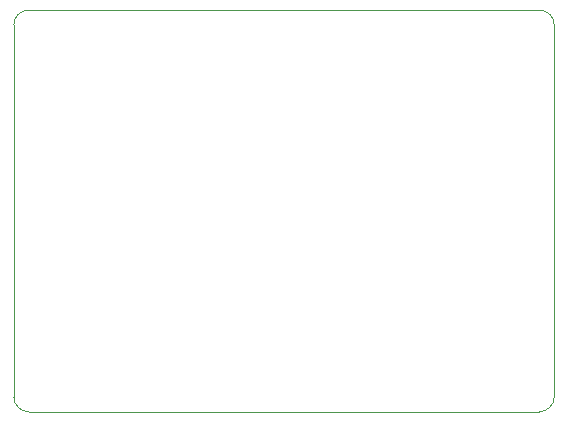
<source format=gbr>
G04 #@! TF.GenerationSoftware,KiCad,Pcbnew,(5.1.2)-2*
G04 #@! TF.CreationDate,2019-11-23T11:21:10-08:00*
G04 #@! TF.ProjectId,precision-dac-cv-scaler,70726563-6973-4696-9f6e-2d6461632d63,rev?*
G04 #@! TF.SameCoordinates,Original*
G04 #@! TF.FileFunction,Profile,NP*
%FSLAX46Y46*%
G04 Gerber Fmt 4.6, Leading zero omitted, Abs format (unit mm)*
G04 Created by KiCad (PCBNEW (5.1.2)-2) date 2019-11-23 11:21:10*
%MOMM*%
%LPD*%
G04 APERTURE LIST*
%ADD10C,0.050000*%
G04 APERTURE END LIST*
D10*
X120250000Y-72250000D02*
G75*
G02X121500000Y-71000000I1250000J0D01*
G01*
X164750000Y-71000000D02*
G75*
G02X166000000Y-72250000I0J-1250000D01*
G01*
X166000000Y-103750000D02*
G75*
G02X164750000Y-105000000I-1250000J0D01*
G01*
X121500000Y-105000000D02*
G75*
G02X120250000Y-103750000I0J1250000D01*
G01*
X121500000Y-71000000D02*
X164750000Y-71000000D01*
X120250000Y-103750000D02*
X120250000Y-72250000D01*
X164750000Y-105000000D02*
X121500000Y-105000000D01*
X166000000Y-72250000D02*
X166000000Y-103750000D01*
M02*

</source>
